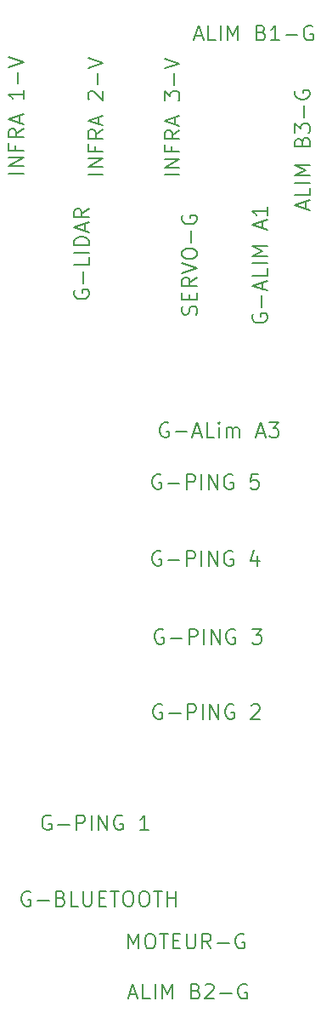
<source format=gbr>
%TF.GenerationSoftware,KiCad,Pcbnew,(6.0.1)*%
%TF.CreationDate,2022-01-26T18:52:49+01:00*%
%TF.ProjectId,carte_kicad_F46NG,63617274-655f-46b6-9963-61645f463436,rev?*%
%TF.SameCoordinates,Original*%
%TF.FileFunction,Other,ECO1*%
%FSLAX46Y46*%
G04 Gerber Fmt 4.6, Leading zero omitted, Abs format (unit mm)*
G04 Created by KiCad (PCBNEW (6.0.1)) date 2022-01-26 18:52:49*
%MOMM*%
%LPD*%
G01*
G04 APERTURE LIST*
%ADD10C,0.150000*%
G04 APERTURE END LIST*
D10*
X187842112Y-68351586D02*
X186342112Y-68351586D01*
X187842112Y-67637300D02*
X186342112Y-67637300D01*
X187842112Y-66780157D01*
X186342112Y-66780157D01*
X187056398Y-65565872D02*
X187056398Y-66065872D01*
X187842112Y-66065872D02*
X186342112Y-66065872D01*
X186342112Y-65351586D01*
X187842112Y-63923015D02*
X187127826Y-64423015D01*
X187842112Y-64780157D02*
X186342112Y-64780157D01*
X186342112Y-64208729D01*
X186413541Y-64065872D01*
X186484969Y-63994443D01*
X186627826Y-63923015D01*
X186842112Y-63923015D01*
X186984969Y-63994443D01*
X187056398Y-64065872D01*
X187127826Y-64208729D01*
X187127826Y-64780157D01*
X187413541Y-63351586D02*
X187413541Y-62637300D01*
X187842112Y-63494443D02*
X186342112Y-62994443D01*
X187842112Y-62494443D01*
X187842112Y-60065872D02*
X187842112Y-60923015D01*
X187842112Y-60494443D02*
X186342112Y-60494443D01*
X186556398Y-60637300D01*
X186699255Y-60780157D01*
X186770683Y-60923015D01*
X187270683Y-59423015D02*
X187270683Y-58280157D01*
X186342112Y-57780157D02*
X187842112Y-57280157D01*
X186342112Y-56780157D01*
X201638964Y-121223743D02*
X201496107Y-121152314D01*
X201281821Y-121152314D01*
X201067535Y-121223743D01*
X200924678Y-121366600D01*
X200853250Y-121509457D01*
X200781821Y-121795171D01*
X200781821Y-122009457D01*
X200853250Y-122295171D01*
X200924678Y-122438028D01*
X201067535Y-122580885D01*
X201281821Y-122652314D01*
X201424678Y-122652314D01*
X201638964Y-122580885D01*
X201710392Y-122509457D01*
X201710392Y-122009457D01*
X201424678Y-122009457D01*
X202353250Y-122080885D02*
X203496107Y-122080885D01*
X204210392Y-122652314D02*
X204210392Y-121152314D01*
X204781821Y-121152314D01*
X204924678Y-121223743D01*
X204996107Y-121295171D01*
X205067535Y-121438028D01*
X205067535Y-121652314D01*
X204996107Y-121795171D01*
X204924678Y-121866600D01*
X204781821Y-121938028D01*
X204210392Y-121938028D01*
X205710392Y-122652314D02*
X205710392Y-121152314D01*
X206424678Y-122652314D02*
X206424678Y-121152314D01*
X207281821Y-122652314D01*
X207281821Y-121152314D01*
X208781821Y-121223743D02*
X208638964Y-121152314D01*
X208424678Y-121152314D01*
X208210392Y-121223743D01*
X208067535Y-121366600D01*
X207996107Y-121509457D01*
X207924678Y-121795171D01*
X207924678Y-122009457D01*
X207996107Y-122295171D01*
X208067535Y-122438028D01*
X208210392Y-122580885D01*
X208424678Y-122652314D01*
X208567535Y-122652314D01*
X208781821Y-122580885D01*
X208853250Y-122509457D01*
X208853250Y-122009457D01*
X208567535Y-122009457D01*
X210567535Y-121295171D02*
X210638964Y-121223743D01*
X210781821Y-121152314D01*
X211138964Y-121152314D01*
X211281821Y-121223743D01*
X211353250Y-121295171D01*
X211424678Y-121438028D01*
X211424678Y-121580885D01*
X211353250Y-121795171D01*
X210496107Y-122652314D01*
X211424678Y-122652314D01*
X215979660Y-71853891D02*
X215979660Y-71139605D01*
X216408231Y-71996748D02*
X214908231Y-71496748D01*
X216408231Y-70996748D01*
X216408231Y-69782462D02*
X216408231Y-70496748D01*
X214908231Y-70496748D01*
X216408231Y-69282462D02*
X214908231Y-69282462D01*
X216408231Y-68568176D02*
X214908231Y-68568176D01*
X215979660Y-68068176D01*
X214908231Y-67568176D01*
X216408231Y-67568176D01*
X215622517Y-65211034D02*
X215693945Y-64996748D01*
X215765374Y-64925319D01*
X215908231Y-64853891D01*
X216122517Y-64853891D01*
X216265374Y-64925319D01*
X216336802Y-64996748D01*
X216408231Y-65139605D01*
X216408231Y-65711034D01*
X214908231Y-65711034D01*
X214908231Y-65211034D01*
X214979660Y-65068176D01*
X215051088Y-64996748D01*
X215193945Y-64925319D01*
X215336802Y-64925319D01*
X215479660Y-64996748D01*
X215551088Y-65068176D01*
X215622517Y-65211034D01*
X215622517Y-65711034D01*
X214908231Y-64353891D02*
X214908231Y-63425319D01*
X215479660Y-63925319D01*
X215479660Y-63711034D01*
X215551088Y-63568176D01*
X215622517Y-63496748D01*
X215765374Y-63425319D01*
X216122517Y-63425319D01*
X216265374Y-63496748D01*
X216336802Y-63568176D01*
X216408231Y-63711034D01*
X216408231Y-64139605D01*
X216336802Y-64282462D01*
X216265374Y-64353891D01*
X215836802Y-62782462D02*
X215836802Y-61639605D01*
X214979660Y-60139605D02*
X214908231Y-60282462D01*
X214908231Y-60496748D01*
X214979660Y-60711034D01*
X215122517Y-60853891D01*
X215265374Y-60925319D01*
X215551088Y-60996748D01*
X215765374Y-60996748D01*
X216051088Y-60925319D01*
X216193945Y-60853891D01*
X216336802Y-60711034D01*
X216408231Y-60496748D01*
X216408231Y-60353891D01*
X216336802Y-60139605D01*
X216265374Y-60068176D01*
X215765374Y-60068176D01*
X215765374Y-60353891D01*
X201534027Y-98347528D02*
X201391170Y-98276099D01*
X201176884Y-98276099D01*
X200962598Y-98347528D01*
X200819741Y-98490385D01*
X200748313Y-98633242D01*
X200676884Y-98918956D01*
X200676884Y-99133242D01*
X200748313Y-99418956D01*
X200819741Y-99561813D01*
X200962598Y-99704670D01*
X201176884Y-99776099D01*
X201319741Y-99776099D01*
X201534027Y-99704670D01*
X201605455Y-99633242D01*
X201605455Y-99133242D01*
X201319741Y-99133242D01*
X202248313Y-99204670D02*
X203391170Y-99204670D01*
X204105455Y-99776099D02*
X204105455Y-98276099D01*
X204676884Y-98276099D01*
X204819741Y-98347528D01*
X204891170Y-98418956D01*
X204962598Y-98561813D01*
X204962598Y-98776099D01*
X204891170Y-98918956D01*
X204819741Y-98990385D01*
X204676884Y-99061813D01*
X204105455Y-99061813D01*
X205605455Y-99776099D02*
X205605455Y-98276099D01*
X206319741Y-99776099D02*
X206319741Y-98276099D01*
X207176884Y-99776099D01*
X207176884Y-98276099D01*
X208676884Y-98347528D02*
X208534027Y-98276099D01*
X208319741Y-98276099D01*
X208105455Y-98347528D01*
X207962598Y-98490385D01*
X207891170Y-98633242D01*
X207819741Y-98918956D01*
X207819741Y-99133242D01*
X207891170Y-99418956D01*
X207962598Y-99561813D01*
X208105455Y-99704670D01*
X208319741Y-99776099D01*
X208462598Y-99776099D01*
X208676884Y-99704670D01*
X208748313Y-99633242D01*
X208748313Y-99133242D01*
X208462598Y-99133242D01*
X211248313Y-98276099D02*
X210534027Y-98276099D01*
X210462598Y-98990385D01*
X210534027Y-98918956D01*
X210676884Y-98847528D01*
X211034027Y-98847528D01*
X211176884Y-98918956D01*
X211248313Y-98990385D01*
X211319741Y-99133242D01*
X211319741Y-99490385D01*
X211248313Y-99633242D01*
X211176884Y-99704670D01*
X211034027Y-99776099D01*
X210676884Y-99776099D01*
X210534027Y-99704670D01*
X210462598Y-99633242D01*
X195770667Y-68444863D02*
X194270667Y-68444863D01*
X195770667Y-67730577D02*
X194270667Y-67730577D01*
X195770667Y-66873434D01*
X194270667Y-66873434D01*
X194984953Y-65659149D02*
X194984953Y-66159149D01*
X195770667Y-66159149D02*
X194270667Y-66159149D01*
X194270667Y-65444863D01*
X195770667Y-64016292D02*
X195056381Y-64516292D01*
X195770667Y-64873434D02*
X194270667Y-64873434D01*
X194270667Y-64302006D01*
X194342096Y-64159149D01*
X194413524Y-64087720D01*
X194556381Y-64016292D01*
X194770667Y-64016292D01*
X194913524Y-64087720D01*
X194984953Y-64159149D01*
X195056381Y-64302006D01*
X195056381Y-64873434D01*
X195342096Y-63444863D02*
X195342096Y-62730577D01*
X195770667Y-63587720D02*
X194270667Y-63087720D01*
X195770667Y-62587720D01*
X194413524Y-61016292D02*
X194342096Y-60944863D01*
X194270667Y-60802006D01*
X194270667Y-60444863D01*
X194342096Y-60302006D01*
X194413524Y-60230577D01*
X194556381Y-60159149D01*
X194699238Y-60159149D01*
X194913524Y-60230577D01*
X195770667Y-61087720D01*
X195770667Y-60159149D01*
X195199238Y-59516292D02*
X195199238Y-58373434D01*
X194270667Y-57873434D02*
X195770667Y-57373434D01*
X194270667Y-56873434D01*
X210705025Y-82374147D02*
X210633596Y-82517004D01*
X210633596Y-82731290D01*
X210705025Y-82945576D01*
X210847882Y-83088433D01*
X210990739Y-83159861D01*
X211276453Y-83231290D01*
X211490739Y-83231290D01*
X211776453Y-83159861D01*
X211919310Y-83088433D01*
X212062167Y-82945576D01*
X212133596Y-82731290D01*
X212133596Y-82588433D01*
X212062167Y-82374147D01*
X211990739Y-82302718D01*
X211490739Y-82302718D01*
X211490739Y-82588433D01*
X211562167Y-81659861D02*
X211562167Y-80517004D01*
X211705025Y-79874147D02*
X211705025Y-79159861D01*
X212133596Y-80017004D02*
X210633596Y-79517004D01*
X212133596Y-79017004D01*
X212133596Y-77802718D02*
X212133596Y-78517004D01*
X210633596Y-78517004D01*
X212133596Y-77302718D02*
X210633596Y-77302718D01*
X212133596Y-76588433D02*
X210633596Y-76588433D01*
X211705025Y-76088433D01*
X210633596Y-75588433D01*
X212133596Y-75588433D01*
X211705025Y-73802718D02*
X211705025Y-73088433D01*
X212133596Y-73945576D02*
X210633596Y-73445576D01*
X212133596Y-72945576D01*
X212133596Y-71659861D02*
X212133596Y-72517004D01*
X212133596Y-72088433D02*
X210633596Y-72088433D01*
X210847882Y-72231290D01*
X210990739Y-72374147D01*
X211062167Y-72517004D01*
X198324473Y-145458571D02*
X198324473Y-143958571D01*
X198824473Y-145030000D01*
X199324473Y-143958571D01*
X199324473Y-145458571D01*
X200324473Y-143958571D02*
X200610187Y-143958571D01*
X200753044Y-144030000D01*
X200895901Y-144172857D01*
X200967330Y-144458571D01*
X200967330Y-144958571D01*
X200895901Y-145244285D01*
X200753044Y-145387142D01*
X200610187Y-145458571D01*
X200324473Y-145458571D01*
X200181615Y-145387142D01*
X200038758Y-145244285D01*
X199967330Y-144958571D01*
X199967330Y-144458571D01*
X200038758Y-144172857D01*
X200181615Y-144030000D01*
X200324473Y-143958571D01*
X201395901Y-143958571D02*
X202253044Y-143958571D01*
X201824473Y-145458571D02*
X201824473Y-143958571D01*
X202753044Y-144672857D02*
X203253044Y-144672857D01*
X203467330Y-145458571D02*
X202753044Y-145458571D01*
X202753044Y-143958571D01*
X203467330Y-143958571D01*
X204110187Y-143958571D02*
X204110187Y-145172857D01*
X204181615Y-145315714D01*
X204253044Y-145387142D01*
X204395901Y-145458571D01*
X204681615Y-145458571D01*
X204824473Y-145387142D01*
X204895901Y-145315714D01*
X204967330Y-145172857D01*
X204967330Y-143958571D01*
X206538758Y-145458571D02*
X206038758Y-144744285D01*
X205681615Y-145458571D02*
X205681615Y-143958571D01*
X206253044Y-143958571D01*
X206395901Y-144030000D01*
X206467330Y-144101428D01*
X206538758Y-144244285D01*
X206538758Y-144458571D01*
X206467330Y-144601428D01*
X206395901Y-144672857D01*
X206253044Y-144744285D01*
X205681615Y-144744285D01*
X207181615Y-144887142D02*
X208324473Y-144887142D01*
X209824473Y-144030000D02*
X209681615Y-143958571D01*
X209467330Y-143958571D01*
X209253044Y-144030000D01*
X209110187Y-144172857D01*
X209038758Y-144315714D01*
X208967330Y-144601428D01*
X208967330Y-144815714D01*
X209038758Y-145101428D01*
X209110187Y-145244285D01*
X209253044Y-145387142D01*
X209467330Y-145458571D01*
X209610187Y-145458571D01*
X209824473Y-145387142D01*
X209895901Y-145315714D01*
X209895901Y-144815714D01*
X209610187Y-144815714D01*
X188519035Y-139818660D02*
X188376178Y-139747231D01*
X188161892Y-139747231D01*
X187947606Y-139818660D01*
X187804749Y-139961517D01*
X187733320Y-140104374D01*
X187661892Y-140390088D01*
X187661892Y-140604374D01*
X187733320Y-140890088D01*
X187804749Y-141032945D01*
X187947606Y-141175802D01*
X188161892Y-141247231D01*
X188304749Y-141247231D01*
X188519035Y-141175802D01*
X188590463Y-141104374D01*
X188590463Y-140604374D01*
X188304749Y-140604374D01*
X189233320Y-140675802D02*
X190376178Y-140675802D01*
X191590463Y-140461517D02*
X191804749Y-140532945D01*
X191876178Y-140604374D01*
X191947606Y-140747231D01*
X191947606Y-140961517D01*
X191876178Y-141104374D01*
X191804749Y-141175802D01*
X191661892Y-141247231D01*
X191090463Y-141247231D01*
X191090463Y-139747231D01*
X191590463Y-139747231D01*
X191733320Y-139818660D01*
X191804749Y-139890088D01*
X191876178Y-140032945D01*
X191876178Y-140175802D01*
X191804749Y-140318660D01*
X191733320Y-140390088D01*
X191590463Y-140461517D01*
X191090463Y-140461517D01*
X193304749Y-141247231D02*
X192590463Y-141247231D01*
X192590463Y-139747231D01*
X193804749Y-139747231D02*
X193804749Y-140961517D01*
X193876178Y-141104374D01*
X193947606Y-141175802D01*
X194090463Y-141247231D01*
X194376178Y-141247231D01*
X194519035Y-141175802D01*
X194590463Y-141104374D01*
X194661892Y-140961517D01*
X194661892Y-139747231D01*
X195376178Y-140461517D02*
X195876178Y-140461517D01*
X196090463Y-141247231D02*
X195376178Y-141247231D01*
X195376178Y-139747231D01*
X196090463Y-139747231D01*
X196519035Y-139747231D02*
X197376178Y-139747231D01*
X196947606Y-141247231D02*
X196947606Y-139747231D01*
X198161892Y-139747231D02*
X198447606Y-139747231D01*
X198590463Y-139818660D01*
X198733320Y-139961517D01*
X198804749Y-140247231D01*
X198804749Y-140747231D01*
X198733320Y-141032945D01*
X198590463Y-141175802D01*
X198447606Y-141247231D01*
X198161892Y-141247231D01*
X198019035Y-141175802D01*
X197876178Y-141032945D01*
X197804749Y-140747231D01*
X197804749Y-140247231D01*
X197876178Y-139961517D01*
X198019035Y-139818660D01*
X198161892Y-139747231D01*
X199733320Y-139747231D02*
X200019035Y-139747231D01*
X200161892Y-139818660D01*
X200304749Y-139961517D01*
X200376178Y-140247231D01*
X200376178Y-140747231D01*
X200304749Y-141032945D01*
X200161892Y-141175802D01*
X200019035Y-141247231D01*
X199733320Y-141247231D01*
X199590463Y-141175802D01*
X199447606Y-141032945D01*
X199376178Y-140747231D01*
X199376178Y-140247231D01*
X199447606Y-139961517D01*
X199590463Y-139818660D01*
X199733320Y-139747231D01*
X200804749Y-139747231D02*
X201661892Y-139747231D01*
X201233320Y-141247231D02*
X201233320Y-139747231D01*
X202161892Y-141247231D02*
X202161892Y-139747231D01*
X202161892Y-140461517D02*
X203019035Y-140461517D01*
X203019035Y-141247231D02*
X203019035Y-139747231D01*
X204927142Y-54691309D02*
X205641428Y-54691309D01*
X204784285Y-55119880D02*
X205284285Y-53619880D01*
X205784285Y-55119880D01*
X206998571Y-55119880D02*
X206284285Y-55119880D01*
X206284285Y-53619880D01*
X207498571Y-55119880D02*
X207498571Y-53619880D01*
X208212857Y-55119880D02*
X208212857Y-53619880D01*
X208712857Y-54691309D01*
X209212857Y-53619880D01*
X209212857Y-55119880D01*
X211570000Y-54334166D02*
X211784285Y-54405594D01*
X211855714Y-54477023D01*
X211927142Y-54619880D01*
X211927142Y-54834166D01*
X211855714Y-54977023D01*
X211784285Y-55048451D01*
X211641428Y-55119880D01*
X211070000Y-55119880D01*
X211070000Y-53619880D01*
X211570000Y-53619880D01*
X211712857Y-53691309D01*
X211784285Y-53762737D01*
X211855714Y-53905594D01*
X211855714Y-54048451D01*
X211784285Y-54191309D01*
X211712857Y-54262737D01*
X211570000Y-54334166D01*
X211070000Y-54334166D01*
X213355714Y-55119880D02*
X212498571Y-55119880D01*
X212927142Y-55119880D02*
X212927142Y-53619880D01*
X212784285Y-53834166D01*
X212641428Y-53977023D01*
X212498571Y-54048451D01*
X213998571Y-54548451D02*
X215141428Y-54548451D01*
X216641428Y-53691309D02*
X216498571Y-53619880D01*
X216284285Y-53619880D01*
X216070000Y-53691309D01*
X215927142Y-53834166D01*
X215855714Y-53977023D01*
X215784285Y-54262737D01*
X215784285Y-54477023D01*
X215855714Y-54762737D01*
X215927142Y-54905594D01*
X216070000Y-55048451D01*
X216284285Y-55119880D01*
X216427142Y-55119880D01*
X216641428Y-55048451D01*
X216712857Y-54977023D01*
X216712857Y-54477023D01*
X216427142Y-54477023D01*
X205056950Y-82414093D02*
X205128379Y-82199808D01*
X205128379Y-81842665D01*
X205056950Y-81699808D01*
X204985522Y-81628379D01*
X204842665Y-81556950D01*
X204699808Y-81556950D01*
X204556950Y-81628379D01*
X204485522Y-81699808D01*
X204414093Y-81842665D01*
X204342665Y-82128379D01*
X204271236Y-82271236D01*
X204199808Y-82342665D01*
X204056950Y-82414093D01*
X203914093Y-82414093D01*
X203771236Y-82342665D01*
X203699808Y-82271236D01*
X203628379Y-82128379D01*
X203628379Y-81771236D01*
X203699808Y-81556950D01*
X204342665Y-80914093D02*
X204342665Y-80414093D01*
X205128379Y-80199808D02*
X205128379Y-80914093D01*
X203628379Y-80914093D01*
X203628379Y-80199808D01*
X205128379Y-78699808D02*
X204414093Y-79199808D01*
X205128379Y-79556950D02*
X203628379Y-79556950D01*
X203628379Y-78985522D01*
X203699808Y-78842665D01*
X203771236Y-78771236D01*
X203914093Y-78699808D01*
X204128379Y-78699808D01*
X204271236Y-78771236D01*
X204342665Y-78842665D01*
X204414093Y-78985522D01*
X204414093Y-79556950D01*
X203628379Y-78271236D02*
X205128379Y-77771236D01*
X203628379Y-77271236D01*
X203628379Y-76485522D02*
X203628379Y-76199808D01*
X203699808Y-76056950D01*
X203842665Y-75914093D01*
X204128379Y-75842665D01*
X204628379Y-75842665D01*
X204914093Y-75914093D01*
X205056950Y-76056950D01*
X205128379Y-76199808D01*
X205128379Y-76485522D01*
X205056950Y-76628379D01*
X204914093Y-76771236D01*
X204628379Y-76842665D01*
X204128379Y-76842665D01*
X203842665Y-76771236D01*
X203699808Y-76628379D01*
X203628379Y-76485522D01*
X204556950Y-75199808D02*
X204556950Y-74056950D01*
X203699808Y-72556950D02*
X203628379Y-72699808D01*
X203628379Y-72914093D01*
X203699808Y-73128379D01*
X203842665Y-73271236D01*
X203985522Y-73342665D01*
X204271236Y-73414093D01*
X204485522Y-73414093D01*
X204771236Y-73342665D01*
X204914093Y-73271236D01*
X205056950Y-73128379D01*
X205128379Y-72914093D01*
X205128379Y-72771236D01*
X205056950Y-72556950D01*
X204985522Y-72485522D01*
X204485522Y-72485522D01*
X204485522Y-72771236D01*
X190554682Y-132254972D02*
X190411825Y-132183543D01*
X190197539Y-132183543D01*
X189983253Y-132254972D01*
X189840396Y-132397829D01*
X189768968Y-132540686D01*
X189697539Y-132826400D01*
X189697539Y-133040686D01*
X189768968Y-133326400D01*
X189840396Y-133469257D01*
X189983253Y-133612114D01*
X190197539Y-133683543D01*
X190340396Y-133683543D01*
X190554682Y-133612114D01*
X190626110Y-133540686D01*
X190626110Y-133040686D01*
X190340396Y-133040686D01*
X191268968Y-133112114D02*
X192411825Y-133112114D01*
X193126110Y-133683543D02*
X193126110Y-132183543D01*
X193697539Y-132183543D01*
X193840396Y-132254972D01*
X193911825Y-132326400D01*
X193983253Y-132469257D01*
X193983253Y-132683543D01*
X193911825Y-132826400D01*
X193840396Y-132897829D01*
X193697539Y-132969257D01*
X193126110Y-132969257D01*
X194626110Y-133683543D02*
X194626110Y-132183543D01*
X195340396Y-133683543D02*
X195340396Y-132183543D01*
X196197539Y-133683543D01*
X196197539Y-132183543D01*
X197697539Y-132254972D02*
X197554682Y-132183543D01*
X197340396Y-132183543D01*
X197126110Y-132254972D01*
X196983253Y-132397829D01*
X196911825Y-132540686D01*
X196840396Y-132826400D01*
X196840396Y-133040686D01*
X196911825Y-133326400D01*
X196983253Y-133469257D01*
X197126110Y-133612114D01*
X197340396Y-133683543D01*
X197483253Y-133683543D01*
X197697539Y-133612114D01*
X197768968Y-133540686D01*
X197768968Y-133040686D01*
X197483253Y-133040686D01*
X200340396Y-133683543D02*
X199483253Y-133683543D01*
X199911825Y-133683543D02*
X199911825Y-132183543D01*
X199768968Y-132397829D01*
X199626110Y-132540686D01*
X199483253Y-132612114D01*
X192942939Y-80004290D02*
X192871510Y-80147147D01*
X192871510Y-80361433D01*
X192942939Y-80575718D01*
X193085796Y-80718575D01*
X193228653Y-80790004D01*
X193514367Y-80861433D01*
X193728653Y-80861433D01*
X194014367Y-80790004D01*
X194157224Y-80718575D01*
X194300081Y-80575718D01*
X194371510Y-80361433D01*
X194371510Y-80218575D01*
X194300081Y-80004290D01*
X194228653Y-79932861D01*
X193728653Y-79932861D01*
X193728653Y-80218575D01*
X193800081Y-79290004D02*
X193800081Y-78147147D01*
X194371510Y-76718575D02*
X194371510Y-77432861D01*
X192871510Y-77432861D01*
X194371510Y-76218575D02*
X192871510Y-76218575D01*
X194371510Y-75504290D02*
X192871510Y-75504290D01*
X192871510Y-75147147D01*
X192942939Y-74932861D01*
X193085796Y-74790004D01*
X193228653Y-74718575D01*
X193514367Y-74647147D01*
X193728653Y-74647147D01*
X194014367Y-74718575D01*
X194157224Y-74790004D01*
X194300081Y-74932861D01*
X194371510Y-75147147D01*
X194371510Y-75504290D01*
X193942939Y-74075718D02*
X193942939Y-73361433D01*
X194371510Y-74218575D02*
X192871510Y-73718575D01*
X194371510Y-73218575D01*
X194371510Y-71861433D02*
X193657224Y-72361433D01*
X194371510Y-72718575D02*
X192871510Y-72718575D01*
X192871510Y-72147147D01*
X192942939Y-72004290D01*
X193014367Y-71932861D01*
X193157224Y-71861433D01*
X193371510Y-71861433D01*
X193514367Y-71932861D01*
X193585796Y-72004290D01*
X193657224Y-72147147D01*
X193657224Y-72718575D01*
X201534027Y-105972933D02*
X201391170Y-105901504D01*
X201176884Y-105901504D01*
X200962598Y-105972933D01*
X200819741Y-106115790D01*
X200748313Y-106258647D01*
X200676884Y-106544361D01*
X200676884Y-106758647D01*
X200748313Y-107044361D01*
X200819741Y-107187218D01*
X200962598Y-107330075D01*
X201176884Y-107401504D01*
X201319741Y-107401504D01*
X201534027Y-107330075D01*
X201605455Y-107258647D01*
X201605455Y-106758647D01*
X201319741Y-106758647D01*
X202248313Y-106830075D02*
X203391170Y-106830075D01*
X204105455Y-107401504D02*
X204105455Y-105901504D01*
X204676884Y-105901504D01*
X204819741Y-105972933D01*
X204891170Y-106044361D01*
X204962598Y-106187218D01*
X204962598Y-106401504D01*
X204891170Y-106544361D01*
X204819741Y-106615790D01*
X204676884Y-106687218D01*
X204105455Y-106687218D01*
X205605455Y-107401504D02*
X205605455Y-105901504D01*
X206319741Y-107401504D02*
X206319741Y-105901504D01*
X207176884Y-107401504D01*
X207176884Y-105901504D01*
X208676884Y-105972933D02*
X208534027Y-105901504D01*
X208319741Y-105901504D01*
X208105455Y-105972933D01*
X207962598Y-106115790D01*
X207891170Y-106258647D01*
X207819741Y-106544361D01*
X207819741Y-106758647D01*
X207891170Y-107044361D01*
X207962598Y-107187218D01*
X208105455Y-107330075D01*
X208319741Y-107401504D01*
X208462598Y-107401504D01*
X208676884Y-107330075D01*
X208748313Y-107258647D01*
X208748313Y-106758647D01*
X208462598Y-106758647D01*
X211176884Y-106401504D02*
X211176884Y-107401504D01*
X210819741Y-105830075D02*
X210462598Y-106901504D01*
X211391170Y-106901504D01*
X201778880Y-113738254D02*
X201636023Y-113666825D01*
X201421737Y-113666825D01*
X201207451Y-113738254D01*
X201064594Y-113881111D01*
X200993166Y-114023968D01*
X200921737Y-114309682D01*
X200921737Y-114523968D01*
X200993166Y-114809682D01*
X201064594Y-114952539D01*
X201207451Y-115095396D01*
X201421737Y-115166825D01*
X201564594Y-115166825D01*
X201778880Y-115095396D01*
X201850308Y-115023968D01*
X201850308Y-114523968D01*
X201564594Y-114523968D01*
X202493166Y-114595396D02*
X203636023Y-114595396D01*
X204350308Y-115166825D02*
X204350308Y-113666825D01*
X204921737Y-113666825D01*
X205064594Y-113738254D01*
X205136023Y-113809682D01*
X205207451Y-113952539D01*
X205207451Y-114166825D01*
X205136023Y-114309682D01*
X205064594Y-114381111D01*
X204921737Y-114452539D01*
X204350308Y-114452539D01*
X205850308Y-115166825D02*
X205850308Y-113666825D01*
X206564594Y-115166825D02*
X206564594Y-113666825D01*
X207421737Y-115166825D01*
X207421737Y-113666825D01*
X208921737Y-113738254D02*
X208778880Y-113666825D01*
X208564594Y-113666825D01*
X208350308Y-113738254D01*
X208207451Y-113881111D01*
X208136023Y-114023968D01*
X208064594Y-114309682D01*
X208064594Y-114523968D01*
X208136023Y-114809682D01*
X208207451Y-114952539D01*
X208350308Y-115095396D01*
X208564594Y-115166825D01*
X208707451Y-115166825D01*
X208921737Y-115095396D01*
X208993166Y-115023968D01*
X208993166Y-114523968D01*
X208707451Y-114523968D01*
X210636023Y-113666825D02*
X211564594Y-113666825D01*
X211064594Y-114238254D01*
X211278880Y-114238254D01*
X211421737Y-114309682D01*
X211493166Y-114381111D01*
X211564594Y-114523968D01*
X211564594Y-114881111D01*
X211493166Y-115023968D01*
X211421737Y-115095396D01*
X211278880Y-115166825D01*
X210850308Y-115166825D01*
X210707451Y-115095396D01*
X210636023Y-115023968D01*
X198391488Y-150031985D02*
X199105774Y-150031985D01*
X198248631Y-150460556D02*
X198748631Y-148960556D01*
X199248631Y-150460556D01*
X200462917Y-150460556D02*
X199748631Y-150460556D01*
X199748631Y-148960556D01*
X200962917Y-150460556D02*
X200962917Y-148960556D01*
X201677203Y-150460556D02*
X201677203Y-148960556D01*
X202177203Y-150031985D01*
X202677203Y-148960556D01*
X202677203Y-150460556D01*
X205034346Y-149674842D02*
X205248631Y-149746270D01*
X205320060Y-149817699D01*
X205391488Y-149960556D01*
X205391488Y-150174842D01*
X205320060Y-150317699D01*
X205248631Y-150389127D01*
X205105774Y-150460556D01*
X204534346Y-150460556D01*
X204534346Y-148960556D01*
X205034346Y-148960556D01*
X205177203Y-149031985D01*
X205248631Y-149103413D01*
X205320060Y-149246270D01*
X205320060Y-149389127D01*
X205248631Y-149531985D01*
X205177203Y-149603413D01*
X205034346Y-149674842D01*
X204534346Y-149674842D01*
X205962917Y-149103413D02*
X206034346Y-149031985D01*
X206177203Y-148960556D01*
X206534346Y-148960556D01*
X206677203Y-149031985D01*
X206748631Y-149103413D01*
X206820060Y-149246270D01*
X206820060Y-149389127D01*
X206748631Y-149603413D01*
X205891488Y-150460556D01*
X206820060Y-150460556D01*
X207462917Y-149889127D02*
X208605774Y-149889127D01*
X210105774Y-149031985D02*
X209962917Y-148960556D01*
X209748631Y-148960556D01*
X209534346Y-149031985D01*
X209391488Y-149174842D01*
X209320060Y-149317699D01*
X209248631Y-149603413D01*
X209248631Y-149817699D01*
X209320060Y-150103413D01*
X209391488Y-150246270D01*
X209534346Y-150389127D01*
X209748631Y-150460556D01*
X209891488Y-150460556D01*
X210105774Y-150389127D01*
X210177203Y-150317699D01*
X210177203Y-149817699D01*
X209891488Y-149817699D01*
X202291062Y-93205627D02*
X202148205Y-93134198D01*
X201933919Y-93134198D01*
X201719633Y-93205627D01*
X201576776Y-93348484D01*
X201505348Y-93491341D01*
X201433919Y-93777055D01*
X201433919Y-93991341D01*
X201505348Y-94277055D01*
X201576776Y-94419912D01*
X201719633Y-94562769D01*
X201933919Y-94634198D01*
X202076776Y-94634198D01*
X202291062Y-94562769D01*
X202362491Y-94491341D01*
X202362491Y-93991341D01*
X202076776Y-93991341D01*
X203005348Y-94062769D02*
X204148205Y-94062769D01*
X204791062Y-94205627D02*
X205505348Y-94205627D01*
X204648205Y-94634198D02*
X205148205Y-93134198D01*
X205648205Y-94634198D01*
X206862491Y-94634198D02*
X206148205Y-94634198D01*
X206148205Y-93134198D01*
X207362491Y-94634198D02*
X207362491Y-93634198D01*
X207362491Y-93134198D02*
X207291062Y-93205627D01*
X207362491Y-93277055D01*
X207433919Y-93205627D01*
X207362491Y-93134198D01*
X207362491Y-93277055D01*
X208076776Y-94634198D02*
X208076776Y-93634198D01*
X208076776Y-93777055D02*
X208148205Y-93705627D01*
X208291062Y-93634198D01*
X208505348Y-93634198D01*
X208648205Y-93705627D01*
X208719633Y-93848484D01*
X208719633Y-94634198D01*
X208719633Y-93848484D02*
X208791062Y-93705627D01*
X208933919Y-93634198D01*
X209148205Y-93634198D01*
X209291062Y-93705627D01*
X209362491Y-93848484D01*
X209362491Y-94634198D01*
X211148205Y-94205627D02*
X211862491Y-94205627D01*
X211005348Y-94634198D02*
X211505348Y-93134198D01*
X212005348Y-94634198D01*
X212362491Y-93134198D02*
X213291062Y-93134198D01*
X212791062Y-93705627D01*
X213005348Y-93705627D01*
X213148205Y-93777055D01*
X213219633Y-93848484D01*
X213291062Y-93991341D01*
X213291062Y-94348484D01*
X213219633Y-94491341D01*
X213148205Y-94562769D01*
X213005348Y-94634198D01*
X212576776Y-94634198D01*
X212433919Y-94562769D01*
X212362491Y-94491341D01*
X203402007Y-68487285D02*
X201902007Y-68487285D01*
X203402007Y-67772999D02*
X201902007Y-67772999D01*
X203402007Y-66915856D01*
X201902007Y-66915856D01*
X202616293Y-65701571D02*
X202616293Y-66201571D01*
X203402007Y-66201571D02*
X201902007Y-66201571D01*
X201902007Y-65487285D01*
X203402007Y-64058714D02*
X202687721Y-64558714D01*
X203402007Y-64915856D02*
X201902007Y-64915856D01*
X201902007Y-64344428D01*
X201973436Y-64201571D01*
X202044864Y-64130142D01*
X202187721Y-64058714D01*
X202402007Y-64058714D01*
X202544864Y-64130142D01*
X202616293Y-64201571D01*
X202687721Y-64344428D01*
X202687721Y-64915856D01*
X202973436Y-63487285D02*
X202973436Y-62772999D01*
X203402007Y-63630142D02*
X201902007Y-63130142D01*
X203402007Y-62630142D01*
X201902007Y-61130142D02*
X201902007Y-60201571D01*
X202473436Y-60701571D01*
X202473436Y-60487285D01*
X202544864Y-60344428D01*
X202616293Y-60272999D01*
X202759150Y-60201571D01*
X203116293Y-60201571D01*
X203259150Y-60272999D01*
X203330578Y-60344428D01*
X203402007Y-60487285D01*
X203402007Y-60915856D01*
X203330578Y-61058714D01*
X203259150Y-61130142D01*
X202830578Y-59558714D02*
X202830578Y-58415856D01*
X201902007Y-57915856D02*
X203402007Y-57415856D01*
X201902007Y-56915856D01*
M02*

</source>
